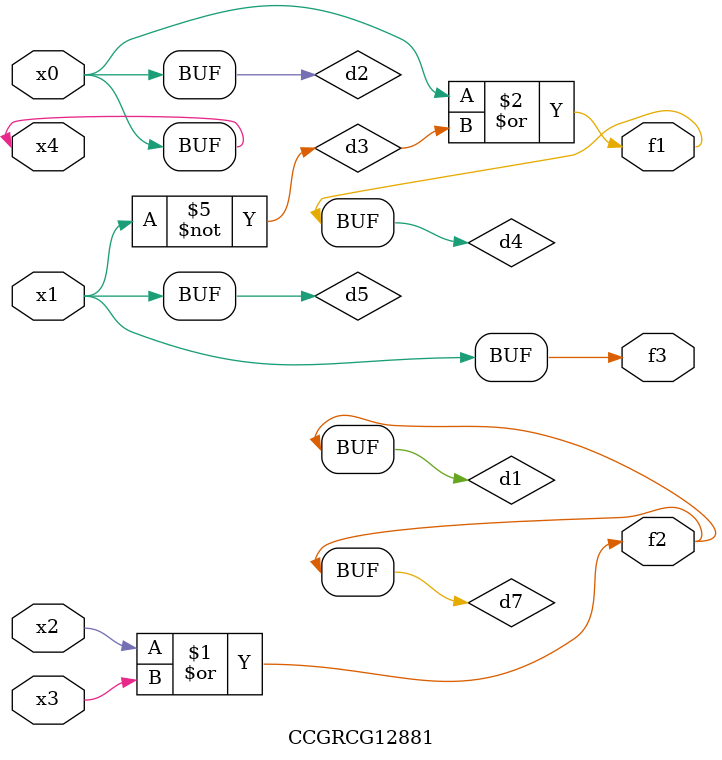
<source format=v>
module CCGRCG12881(
	input x0, x1, x2, x3, x4,
	output f1, f2, f3
);

	wire d1, d2, d3, d4, d5, d6, d7;

	or (d1, x2, x3);
	buf (d2, x0, x4);
	not (d3, x1);
	or (d4, d2, d3);
	not (d5, d3);
	nand (d6, d1, d3);
	or (d7, d1);
	assign f1 = d4;
	assign f2 = d7;
	assign f3 = d5;
endmodule

</source>
